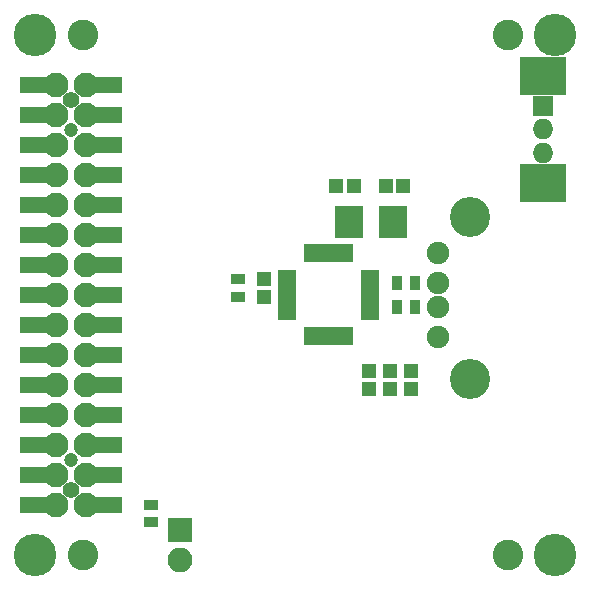
<source format=gts>
G04 #@! TF.FileFunction,Soldermask,Top*
%FSLAX46Y46*%
G04 Gerber Fmt 4.6, Leading zero omitted, Abs format (unit mm)*
G04 Created by KiCad (PCBNEW 4.0.7) date 09/12/18 20:21:31*
%MOMM*%
%LPD*%
G01*
G04 APERTURE LIST*
%ADD10C,0.100000*%
%ADD11C,3.600000*%
%ADD12R,1.150000X1.200000*%
%ADD13R,1.200000X1.150000*%
%ADD14C,2.600000*%
%ADD15R,0.900000X1.300000*%
%ADD16R,1.300000X0.900000*%
%ADD17R,1.543000X0.654000*%
%ADD18R,0.654000X1.543000*%
%ADD19R,2.400000X2.800000*%
%ADD20R,2.100000X2.100000*%
%ADD21O,2.100000X2.100000*%
%ADD22C,1.900000*%
%ADD23C,3.400000*%
%ADD24R,3.900000X3.200000*%
%ADD25R,1.750000X1.750000*%
%ADD26O,1.750000X1.750000*%
%ADD27C,1.200000*%
%ADD28C,1.400000*%
%ADD29R,3.550000X1.400000*%
%ADD30C,2.100000*%
G04 APERTURE END LIST*
D10*
D11*
X151000000Y-86000000D03*
X107000000Y-130000000D03*
D12*
X138814000Y-115970000D03*
X138814000Y-114470000D03*
X135242000Y-115970000D03*
X135242000Y-114470000D03*
X137020000Y-115970000D03*
X137020000Y-114470000D03*
X126400000Y-108150000D03*
X126400000Y-106650000D03*
D13*
X133950000Y-98800000D03*
X132450000Y-98800000D03*
X136650000Y-98800000D03*
X138150000Y-98800000D03*
D11*
X107000000Y-86000000D03*
X151000000Y-130000000D03*
D14*
X111000000Y-130000000D03*
X111000000Y-86000000D03*
X147000000Y-86000000D03*
X147000000Y-130000000D03*
D15*
X137650000Y-107000000D03*
X139150000Y-107000000D03*
X137650000Y-109000000D03*
X139150000Y-109000000D03*
D16*
X124200000Y-108150000D03*
X124200000Y-106650000D03*
D17*
X128300000Y-106250000D03*
X128300000Y-106750000D03*
X128300000Y-107250000D03*
X128300000Y-107750000D03*
X128300000Y-108250000D03*
X128300000Y-108750000D03*
X128300000Y-109250000D03*
X128300000Y-109750000D03*
D18*
X130050000Y-111500000D03*
X130550000Y-111500000D03*
X131050000Y-111500000D03*
X131550000Y-111500000D03*
X132050000Y-111500000D03*
X132550000Y-111500000D03*
X133050000Y-111500000D03*
X133550000Y-111500000D03*
D17*
X135300000Y-109750000D03*
X135300000Y-109250000D03*
X135300000Y-108750000D03*
X135300000Y-108250000D03*
X135300000Y-107750000D03*
X135300000Y-107250000D03*
X135300000Y-106750000D03*
X135300000Y-106250000D03*
D18*
X133550000Y-104500000D03*
X133050000Y-104500000D03*
X132550000Y-104500000D03*
X132050000Y-104500000D03*
X131550000Y-104500000D03*
X131050000Y-104500000D03*
X130550000Y-104500000D03*
X130050000Y-104500000D03*
D19*
X133550000Y-101800000D03*
X137250000Y-101800000D03*
D20*
X119240000Y-127920000D03*
D21*
X119240000Y-130460000D03*
D22*
X141100000Y-104452400D03*
X141100000Y-106992400D03*
X141100000Y-109022400D03*
X141100000Y-111562400D03*
D23*
X143770000Y-101402400D03*
X143770000Y-115122400D03*
D24*
X150000000Y-98500000D03*
D25*
X150000000Y-92000000D03*
D26*
X150000000Y-94000000D03*
X150000000Y-96000000D03*
D24*
X150000000Y-89500000D03*
D16*
X116827000Y-125773000D03*
X116827000Y-127273000D03*
D27*
X110000000Y-121970000D03*
D28*
X110000000Y-124510000D03*
D27*
X110000000Y-94030000D03*
D29*
X107475000Y-90220000D03*
X107475000Y-102920000D03*
X107475000Y-100380000D03*
X107475000Y-97840000D03*
X107475000Y-95300000D03*
X107475000Y-92760000D03*
D27*
X106825000Y-90220000D03*
D29*
X112525000Y-90220000D03*
X112525000Y-92760000D03*
X112525000Y-95300000D03*
X112525000Y-97840000D03*
X112525000Y-100380000D03*
X112525000Y-102920000D03*
X107475000Y-105460000D03*
X112525000Y-105460000D03*
X107475000Y-108000000D03*
X112525000Y-108000000D03*
X107475000Y-110540000D03*
X112525000Y-110540000D03*
X107475000Y-113080000D03*
X112525000Y-113080000D03*
X107475000Y-115620000D03*
X112525000Y-115620000D03*
X107475000Y-118160000D03*
X112525000Y-118160000D03*
X107475000Y-120700000D03*
X112525000Y-120700000D03*
X107475000Y-123240000D03*
X112525000Y-123240000D03*
X107475000Y-125780000D03*
X112525000Y-125780000D03*
D27*
X106825000Y-92760000D03*
X106825000Y-95300000D03*
X106825000Y-97840000D03*
X106825000Y-100380000D03*
X106825000Y-102920000D03*
X106825000Y-105460000D03*
X106825000Y-108000000D03*
X106825000Y-110540000D03*
X106825000Y-113080000D03*
X106825000Y-115620000D03*
X106825000Y-118160000D03*
X106825000Y-120700000D03*
X106825000Y-123240000D03*
X106825000Y-125780000D03*
X113175000Y-90220000D03*
X113175000Y-92760000D03*
X113175000Y-95300000D03*
X113175000Y-97840000D03*
X113175000Y-100380000D03*
X113175000Y-102920000D03*
X113175000Y-105460000D03*
X113175000Y-108000000D03*
X113175000Y-110540000D03*
X113175000Y-113080000D03*
X113175000Y-115620000D03*
X113175000Y-118160000D03*
X113175000Y-120700000D03*
X113175000Y-123240000D03*
X113175000Y-125780000D03*
D28*
X110000000Y-91490000D03*
D30*
X108730000Y-90220000D03*
X111270000Y-90220000D03*
X108730000Y-92760000D03*
X111270000Y-92760000D03*
X108730000Y-95300000D03*
X111270000Y-95300000D03*
X108730000Y-97840000D03*
X111270000Y-97840000D03*
X108730000Y-100380000D03*
X111270000Y-100380000D03*
X108730000Y-102920000D03*
X111270000Y-102920000D03*
X108730000Y-105460000D03*
X111270000Y-105460000D03*
X108730000Y-108000000D03*
X111270000Y-108000000D03*
X108730000Y-110540000D03*
X111270000Y-110540000D03*
X108730000Y-113080000D03*
X111270000Y-113080000D03*
X108730000Y-115620000D03*
X111270000Y-115620000D03*
X108730000Y-118160000D03*
X111270000Y-118160000D03*
X108730000Y-120700000D03*
X111270000Y-120700000D03*
X108730000Y-123240000D03*
X111270000Y-123240000D03*
X108730000Y-125780000D03*
X111270000Y-125780000D03*
M02*

</source>
